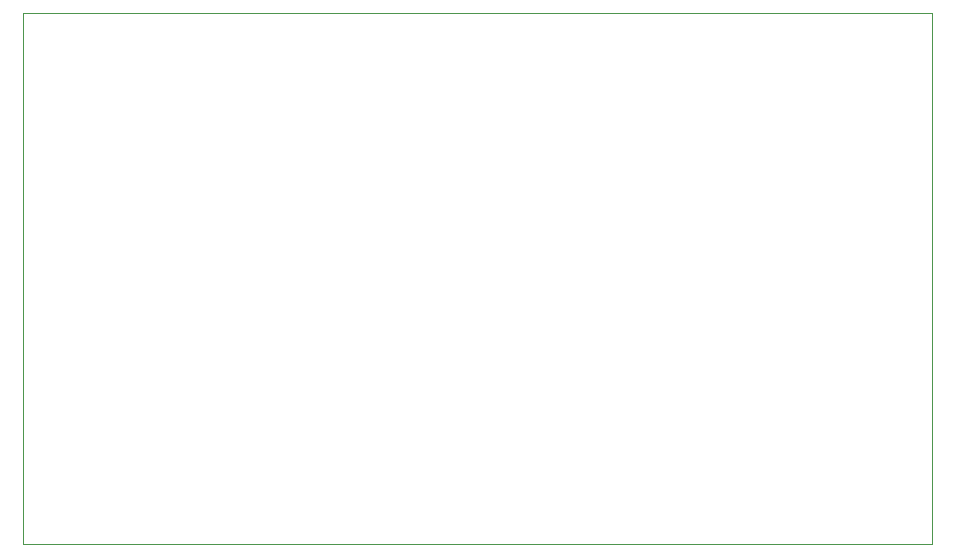
<source format=gm1>
G04 #@! TF.GenerationSoftware,KiCad,Pcbnew,8.0.8*
G04 #@! TF.CreationDate,2025-01-15T16:32:19-08:00*
G04 #@! TF.ProjectId,bentroller,62656e74-726f-46c6-9c65-722e6b696361,rev?*
G04 #@! TF.SameCoordinates,Original*
G04 #@! TF.FileFunction,Profile,NP*
%FSLAX46Y46*%
G04 Gerber Fmt 4.6, Leading zero omitted, Abs format (unit mm)*
G04 Created by KiCad (PCBNEW 8.0.8) date 2025-01-15 16:32:19*
%MOMM*%
%LPD*%
G01*
G04 APERTURE LIST*
G04 #@! TA.AperFunction,Profile*
%ADD10C,0.038100*%
G04 #@! TD*
G04 APERTURE END LIST*
D10*
X64500000Y-38100000D02*
X141500000Y-38100000D01*
X141500000Y-83100000D01*
X64500000Y-83100000D01*
X64500000Y-38100000D01*
M02*

</source>
